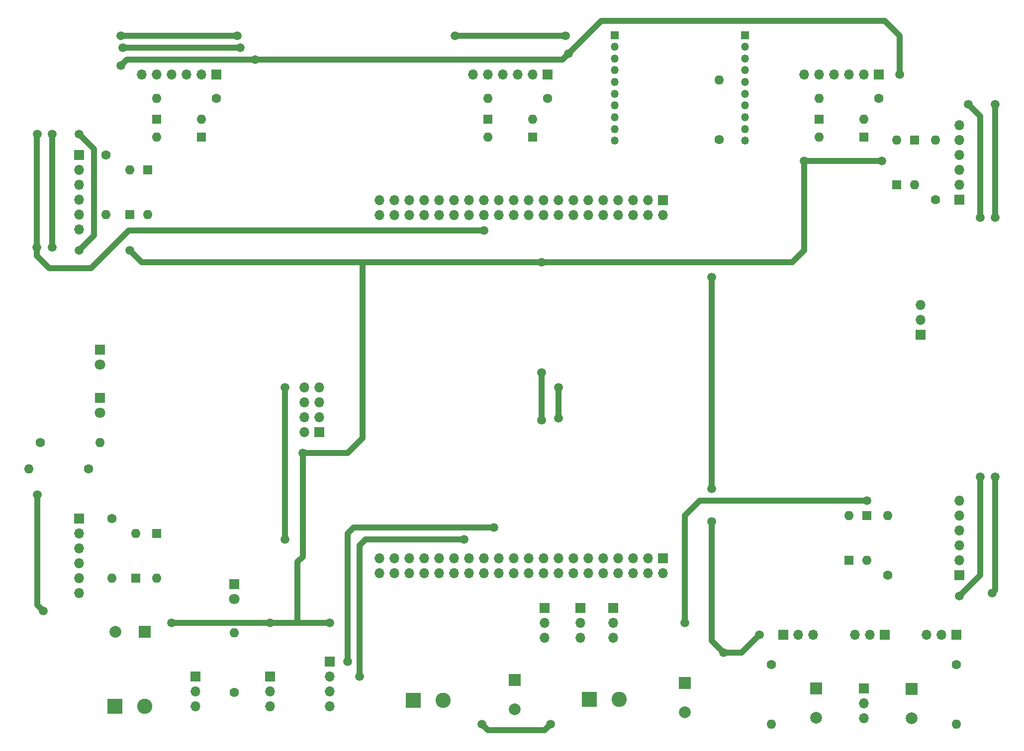
<source format=gbr>
%TF.GenerationSoftware,KiCad,Pcbnew,(5.0.1)-4*%
%TF.CreationDate,2024-02-15T09:49:57+01:00*%
%TF.ProjectId,AS_Spectrum_main,41535F537065637472756D5F6D61696E,rev?*%
%TF.SameCoordinates,Original*%
%TF.FileFunction,Copper,L1,Top,Signal*%
%TF.FilePolarity,Positive*%
%FSLAX46Y46*%
G04 Gerber Fmt 4.6, Leading zero omitted, Abs format (unit mm)*
G04 Created by KiCad (PCBNEW (5.0.1)-4) date 15/02/2024 09:49:57*
%MOMM*%
%LPD*%
G01*
G04 APERTURE LIST*
%TA.AperFunction,ComponentPad*%
%ADD10O,1.600000X1.600000*%
%TD*%
%TA.AperFunction,ComponentPad*%
%ADD11C,1.600000*%
%TD*%
%TA.AperFunction,ComponentPad*%
%ADD12O,1.700000X1.700000*%
%TD*%
%TA.AperFunction,ComponentPad*%
%ADD13R,1.700000X1.700000*%
%TD*%
%TA.AperFunction,ComponentPad*%
%ADD14R,2.600000X2.600000*%
%TD*%
%TA.AperFunction,ComponentPad*%
%ADD15C,2.600000*%
%TD*%
%TA.AperFunction,ComponentPad*%
%ADD16R,1.350000X1.350000*%
%TD*%
%TA.AperFunction,ComponentPad*%
%ADD17O,1.350000X1.350000*%
%TD*%
%TA.AperFunction,ComponentPad*%
%ADD18C,2.000000*%
%TD*%
%TA.AperFunction,ComponentPad*%
%ADD19R,2.000000X2.000000*%
%TD*%
%TA.AperFunction,ComponentPad*%
%ADD20R,1.600000X1.600000*%
%TD*%
%TA.AperFunction,ComponentPad*%
%ADD21C,1.800000*%
%TD*%
%TA.AperFunction,ComponentPad*%
%ADD22R,1.800000X1.800000*%
%TD*%
%TA.AperFunction,ViaPad*%
%ADD23C,1.500000*%
%TD*%
%TA.AperFunction,Conductor*%
%ADD24C,1.000000*%
%TD*%
G04 APERTURE END LIST*
D10*
%TO.P,R5,2*%
%TO.N,OUT_B3*%
X85852000Y-67056000D03*
D11*
%TO.P,R5,1*%
%TO.N,NUC_B3*%
X96012000Y-67056000D03*
%TD*%
D12*
%TO.P,J10,40*%
%TO.N,NUC_B2*%
X123777999Y-86915001D03*
%TO.P,J10,39*%
%TO.N,NUC_B3*%
X123777999Y-84375001D03*
%TO.P,J10,38*%
%TO.N,NUC_B1*%
X126317999Y-86915001D03*
%TO.P,J10,37*%
%TO.N,NUC_B4*%
X126317999Y-84375001D03*
%TO.P,J10,36*%
%TO.N,Net-(J10-Pad36)*%
X128857999Y-86915001D03*
%TO.P,J10,35*%
%TO.N,Net-(J10-Pad35)*%
X128857999Y-84375001D03*
%TO.P,J10,34*%
%TO.N,Net-(J10-Pad34)*%
X131397999Y-86915001D03*
%TO.P,J10,33*%
%TO.N,Net-(J10-Pad33)*%
X131397999Y-84375001D03*
%TO.P,J10,32*%
%TO.N,NUC_B5*%
X133937999Y-86915001D03*
%TO.P,J10,31*%
%TO.N,Net-(J10-Pad31)*%
X133937999Y-84375001D03*
%TO.P,J10,30*%
%TO.N,NUC_B4.5*%
X136477999Y-86915001D03*
%TO.P,J10,29*%
%TO.N,Net-(J10-Pad29)*%
X136477999Y-84375001D03*
%TO.P,J10,28*%
%TO.N,Net-(J10-Pad28)*%
X139017999Y-86915001D03*
%TO.P,J10,27*%
%TO.N,Net-(J10-Pad27)*%
X139017999Y-84375001D03*
%TO.P,J10,26*%
%TO.N,+12V*%
X141557999Y-86915001D03*
%TO.P,J10,25*%
%TO.N,USER_BUTTON*%
X141557999Y-84375001D03*
%TO.P,J10,24*%
%TO.N,GND*%
X144097999Y-86915001D03*
%TO.P,J10,23*%
%TO.N,Net-(J10-Pad23)*%
X144097999Y-84375001D03*
%TO.P,J10,22*%
%TO.N,GND*%
X146637999Y-86915001D03*
%TO.P,J10,21*%
X146637999Y-84375001D03*
%TO.P,J10,20*%
%TO.N,5V_NUC*%
X149177999Y-86915001D03*
%TO.P,J10,19*%
%TO.N,Net-(J10-Pad19)*%
X149177999Y-84375001D03*
%TO.P,J10,18*%
%TO.N,3.3V_NUC*%
X151717999Y-86915001D03*
%TO.P,J10,17*%
%TO.N,Net-(J10-Pad17)*%
X151717999Y-84375001D03*
%TO.P,J10,16*%
%TO.N,Net-(J10-Pad16)*%
X154257999Y-86915001D03*
%TO.P,J10,15*%
%TO.N,Net-(J10-Pad15)*%
X154257999Y-84375001D03*
%TO.P,J10,14*%
%TO.N,Net-(J10-Pad14)*%
X156797999Y-86915001D03*
%TO.P,J10,13*%
%TO.N,Net-(J10-Pad13)*%
X156797999Y-84375001D03*
%TO.P,J10,12*%
%TO.N,Net-(J10-Pad12)*%
X159337999Y-86915001D03*
%TO.P,J10,11*%
%TO.N,Net-(J10-Pad11)*%
X159337999Y-84375001D03*
%TO.P,J10,10*%
%TO.N,Net-(J10-Pad10)*%
X161877999Y-86915001D03*
%TO.P,J10,9*%
%TO.N,Net-(J10-Pad9)*%
X161877999Y-84375001D03*
%TO.P,J10,8*%
%TO.N,Net-(J10-Pad8)*%
X164417999Y-86915001D03*
%TO.P,J10,7*%
%TO.N,Net-(J10-Pad7)*%
X164417999Y-84375001D03*
%TO.P,J10,6*%
%TO.N,GPIO2_STATUS*%
X166957999Y-86915001D03*
%TO.P,J10,5*%
%TO.N,RESET_N*%
X166957999Y-84375001D03*
%TO.P,J10,4*%
%TO.N,S3_RX*%
X169497999Y-86915001D03*
%TO.P,J10,3*%
%TO.N,S3_TX*%
X169497999Y-84375001D03*
%TO.P,J10,2*%
%TO.N,Net-(J10-Pad2)*%
X172037999Y-86915001D03*
D13*
%TO.P,J10,1*%
%TO.N,Net-(J10-Pad1)*%
X172037999Y-84375001D03*
%TD*%
D14*
%TO.P,J12,1*%
%TO.N,GND*%
X78740000Y-170688000D03*
D15*
%TO.P,J12,2*%
%TO.N,5V_POW*%
X83820000Y-170688000D03*
%TD*%
D13*
%TO.P,J14,1*%
%TO.N,Net-(J14-Pad1)*%
X172037999Y-145415000D03*
D12*
%TO.P,J14,2*%
%TO.N,Net-(J14-Pad2)*%
X172037999Y-147955000D03*
%TO.P,J14,3*%
%TO.N,Net-(J14-Pad3)*%
X169497999Y-145415000D03*
%TO.P,J14,4*%
%TO.N,Net-(J14-Pad4)*%
X169497999Y-147955000D03*
%TO.P,J14,5*%
%TO.N,Net-(J14-Pad5)*%
X166957999Y-145415000D03*
%TO.P,J14,6*%
%TO.N,Net-(J14-Pad6)*%
X166957999Y-147955000D03*
%TO.P,J14,7*%
%TO.N,CSN_nRF*%
X164417999Y-145415000D03*
%TO.P,J14,8*%
%TO.N,NUC_B6*%
X164417999Y-147955000D03*
%TO.P,J14,9*%
%TO.N,Net-(J14-Pad9)*%
X161877999Y-145415000D03*
%TO.P,J14,10*%
%TO.N,Net-(J14-Pad10)*%
X161877999Y-147955000D03*
%TO.P,J14,11*%
%TO.N,Net-(J14-Pad11)*%
X159337999Y-145415000D03*
%TO.P,J14,12*%
%TO.N,Net-(J14-Pad12)*%
X159337999Y-147955000D03*
%TO.P,J14,13*%
%TO.N,SCK*%
X156797999Y-145415000D03*
%TO.P,J14,14*%
%TO.N,MISC*%
X156797999Y-147955000D03*
%TO.P,J14,15*%
%TO.N,MISO*%
X154257999Y-145415000D03*
%TO.P,J14,16*%
%TO.N,COLORS*%
X154257999Y-147955000D03*
%TO.P,J14,17*%
%TO.N,MOSI*%
X151717999Y-145415000D03*
%TO.P,J14,18*%
%TO.N,MODE*%
X151717999Y-147955000D03*
%TO.P,J14,19*%
%TO.N,CE_nRF*%
X149177999Y-145415000D03*
%TO.P,J14,20*%
%TO.N,Net-(J14-Pad20)*%
X149177999Y-147955000D03*
%TO.P,J14,21*%
%TO.N,Net-(J14-Pad21)*%
X146637999Y-145415000D03*
%TO.P,J14,22*%
%TO.N,GND*%
X146637999Y-147955000D03*
%TO.P,J14,23*%
%TO.N,S1_TX*%
X144097999Y-145415000D03*
%TO.P,J14,24*%
%TO.N,Net-(J14-Pad24)*%
X144097999Y-147955000D03*
%TO.P,J14,25*%
%TO.N,Net-(J14-Pad25)*%
X141557999Y-145415000D03*
%TO.P,J14,26*%
%TO.N,LUM*%
X141557999Y-147955000D03*
%TO.P,J14,27*%
%TO.N,S1_RX*%
X139017999Y-145415000D03*
%TO.P,J14,28*%
%TO.N,Net-(J14-Pad28)*%
X139017999Y-147955000D03*
%TO.P,J14,29*%
%TO.N,Net-(J14-Pad29)*%
X136477999Y-145415000D03*
%TO.P,J14,30*%
%TO.N,Net-(J14-Pad30)*%
X136477999Y-147955000D03*
%TO.P,J14,31*%
%TO.N,Net-(J14-Pad31)*%
X133937999Y-145415000D03*
%TO.P,J14,32*%
%TO.N,LED_1*%
X133937999Y-147955000D03*
%TO.P,J14,33*%
%TO.N,Net-(J14-Pad33)*%
X131397999Y-145415000D03*
%TO.P,J14,34*%
%TO.N,Net-(J14-Pad34)*%
X131397999Y-147955000D03*
%TO.P,J14,35*%
%TO.N,IRQ_nRF*%
X128857999Y-145415000D03*
%TO.P,J14,36*%
%TO.N,Net-(J14-Pad36)*%
X128857999Y-147955000D03*
%TO.P,J14,37*%
%TO.N,Net-(J14-Pad37)*%
X126317999Y-145415000D03*
%TO.P,J14,38*%
%TO.N,Net-(J14-Pad38)*%
X126317999Y-147955000D03*
%TO.P,J14,39*%
%TO.N,Net-(J14-Pad39)*%
X123777999Y-145415000D03*
%TO.P,J14,40*%
%TO.N,Net-(J14-Pad40)*%
X123777999Y-147955000D03*
%TD*%
D13*
%TO.P,J22,1*%
%TO.N,GND*%
X113538000Y-123952000D03*
D12*
%TO.P,J22,2*%
%TO.N,3.3V_NUC*%
X110998000Y-123952000D03*
%TO.P,J22,3*%
%TO.N,CE_nRF*%
X113538000Y-121412000D03*
%TO.P,J22,4*%
%TO.N,CSN_nRF*%
X110998000Y-121412000D03*
%TO.P,J22,5*%
%TO.N,SCK*%
X113538000Y-118872000D03*
%TO.P,J22,6*%
%TO.N,MOSI*%
X110998000Y-118872000D03*
%TO.P,J22,7*%
%TO.N,MISO*%
X113538000Y-116332000D03*
%TO.P,J22,8*%
%TO.N,IRQ_nRF*%
X110998000Y-116332000D03*
%TD*%
D16*
%TO.P,J9,1*%
%TO.N,3.3V_NUC*%
X163830000Y-56261000D03*
D17*
%TO.P,J9,2*%
%TO.N,S3_RX*%
X163830000Y-58261000D03*
%TO.P,J9,3*%
%TO.N,S3_TX*%
X163830000Y-60261000D03*
%TO.P,J9,4*%
%TO.N,Net-(J9-Pad4)*%
X163830000Y-62261000D03*
%TO.P,J9,5*%
%TO.N,RESET_N*%
X163830000Y-64261000D03*
%TO.P,J9,6*%
%TO.N,Net-(J9-Pad6)*%
X163830000Y-66261000D03*
%TO.P,J9,7*%
%TO.N,Net-(J9-Pad7)*%
X163830000Y-68261000D03*
%TO.P,J9,8*%
%TO.N,Net-(J9-Pad8)*%
X163830000Y-70261000D03*
%TO.P,J9,9*%
%TO.N,Net-(J9-Pad9)*%
X163830000Y-72261000D03*
%TO.P,J9,10*%
%TO.N,GND*%
X163830000Y-74261000D03*
%TD*%
%TO.P,J11,10*%
%TO.N,Net-(J11-Pad10)*%
X186055000Y-74261000D03*
%TO.P,J11,9*%
%TO.N,Net-(J11-Pad9)*%
X186055000Y-72261000D03*
%TO.P,J11,8*%
%TO.N,GPIO2_STATUS*%
X186055000Y-70261000D03*
%TO.P,J11,7*%
%TO.N,Net-(J11-Pad7)*%
X186055000Y-68261000D03*
%TO.P,J11,6*%
%TO.N,Net-(J11-Pad6)*%
X186055000Y-66261000D03*
%TO.P,J11,5*%
%TO.N,Net-(J11-Pad5)*%
X186055000Y-64261000D03*
%TO.P,J11,4*%
%TO.N,Net-(J11-Pad4)*%
X186055000Y-62261000D03*
%TO.P,J11,3*%
%TO.N,Net-(J11-Pad3)*%
X186055000Y-60261000D03*
%TO.P,J11,2*%
%TO.N,Net-(J11-Pad2)*%
X186055000Y-58261000D03*
D16*
%TO.P,J11,1*%
%TO.N,Net-(J11-Pad1)*%
X186055000Y-56261000D03*
%TD*%
D11*
%TO.P,R1,1*%
%TO.N,GND*%
X181610000Y-74041000D03*
D10*
%TO.P,R1,2*%
%TO.N,Net-(J11-Pad5)*%
X181610000Y-63881000D03*
%TD*%
D18*
%TO.P,C1,2*%
%TO.N,Net-(C1-Pad2)*%
X214376000Y-172720000D03*
D19*
%TO.P,C1,1*%
%TO.N,Net-(C1-Pad1)*%
X214376000Y-167720000D03*
%TD*%
%TO.P,C3,1*%
%TO.N,Net-(C3-Pad1)*%
X198120000Y-167640000D03*
D18*
%TO.P,C3,2*%
%TO.N,Net-(C3-Pad2)*%
X198120000Y-172640000D03*
%TD*%
D19*
%TO.P,C4,1*%
%TO.N,GND*%
X146812000Y-166196000D03*
D18*
%TO.P,C4,2*%
%TO.N,-12V*%
X146812000Y-171196000D03*
%TD*%
D10*
%TO.P,D1,2*%
%TO.N,NUC_B1*%
X82296000Y-141224000D03*
D20*
%TO.P,D1,1*%
%TO.N,3.3V_NUC*%
X82296000Y-148844000D03*
%TD*%
%TO.P,D2,1*%
%TO.N,NUC_B1*%
X85852000Y-141224000D03*
D10*
%TO.P,D2,2*%
%TO.N,GND*%
X85852000Y-148844000D03*
%TD*%
%TO.P,D3,2*%
%TO.N,NUC_B3*%
X93472000Y-70612000D03*
D20*
%TO.P,D3,1*%
%TO.N,3.3V_NUC*%
X85852000Y-70612000D03*
%TD*%
%TO.P,D4,1*%
%TO.N,NUC_B3*%
X93472000Y-73660000D03*
D10*
%TO.P,D4,2*%
%TO.N,GND*%
X85852000Y-73660000D03*
%TD*%
%TO.P,D5,2*%
%TO.N,NUC_B4.5*%
X206248000Y-70612000D03*
D20*
%TO.P,D5,1*%
%TO.N,3.3V_NUC*%
X198628000Y-70612000D03*
%TD*%
%TO.P,D6,1*%
%TO.N,NUC_B4.5*%
X206248000Y-73660000D03*
D10*
%TO.P,D6,2*%
%TO.N,GND*%
X198628000Y-73660000D03*
%TD*%
D20*
%TO.P,D7,1*%
%TO.N,3.3V_NUC*%
X81280000Y-86868000D03*
D10*
%TO.P,D7,2*%
%TO.N,NUC_B2*%
X81280000Y-79248000D03*
%TD*%
%TO.P,D8,2*%
%TO.N,GND*%
X84328000Y-86868000D03*
D20*
%TO.P,D8,1*%
%TO.N,NUC_B2*%
X84328000Y-79248000D03*
%TD*%
%TO.P,D9,1*%
%TO.N,3.3V_NUC*%
X142240000Y-70612000D03*
D10*
%TO.P,D9,2*%
%TO.N,NUC_B4*%
X149860000Y-70612000D03*
%TD*%
%TO.P,D10,2*%
%TO.N,GND*%
X142240000Y-73660000D03*
D20*
%TO.P,D10,1*%
%TO.N,NUC_B4*%
X149860000Y-73660000D03*
%TD*%
D10*
%TO.P,D11,2*%
%TO.N,NUC_B5*%
X214884000Y-81788000D03*
D20*
%TO.P,D11,1*%
%TO.N,3.3V_NUC*%
X214884000Y-74168000D03*
%TD*%
D10*
%TO.P,D12,2*%
%TO.N,GND*%
X211836000Y-74168000D03*
D20*
%TO.P,D12,1*%
%TO.N,NUC_B5*%
X211836000Y-81788000D03*
%TD*%
%TO.P,D13,1*%
%TO.N,3.3V_NUC*%
X206756000Y-138176000D03*
D10*
%TO.P,D13,2*%
%TO.N,NUC_B6*%
X206756000Y-145796000D03*
%TD*%
D20*
%TO.P,D14,1*%
%TO.N,NUC_B6*%
X203708000Y-145796000D03*
D10*
%TO.P,D14,2*%
%TO.N,GND*%
X203708000Y-138176000D03*
%TD*%
D13*
%TO.P,J2,1*%
%TO.N,3.3V_NUC*%
X105156000Y-165608000D03*
D12*
%TO.P,J2,2*%
%TO.N,LUM*%
X105156000Y-168148000D03*
%TO.P,J2,3*%
%TO.N,GND*%
X105156000Y-170688000D03*
%TD*%
D13*
%TO.P,J6,1*%
%TO.N,5V_NUC*%
X192532000Y-158496000D03*
D12*
%TO.P,J6,2*%
%TO.N,GND*%
X195072000Y-158496000D03*
%TO.P,J6,3*%
%TO.N,Micro_In*%
X197612000Y-158496000D03*
%TD*%
%TO.P,J7,3*%
%TO.N,Net-(C1-Pad1)*%
X206248000Y-172720000D03*
%TO.P,J7,2*%
%TO.N,GND*%
X206248000Y-170180000D03*
D13*
%TO.P,J7,1*%
%TO.N,Net-(C3-Pad1)*%
X206248000Y-167640000D03*
%TD*%
D15*
%TO.P,J8,2*%
%TO.N,-12V*%
X134620000Y-169672000D03*
D14*
%TO.P,J8,1*%
%TO.N,GND*%
X129540000Y-169672000D03*
%TD*%
D13*
%TO.P,J13,1*%
%TO.N,Micro*%
X72644000Y-138684000D03*
D12*
%TO.P,J13,2*%
%TO.N,+12V*%
X72644000Y-141224000D03*
%TO.P,J13,3*%
%TO.N,GND*%
X72644000Y-143764000D03*
%TO.P,J13,4*%
%TO.N,-12V*%
X72644000Y-146304000D03*
%TO.P,J13,5*%
%TO.N,OUT_B1*%
X72644000Y-148844000D03*
%TO.P,J13,6*%
%TO.N,3.3V_NUC*%
X72644000Y-151384000D03*
%TD*%
D13*
%TO.P,J15,1*%
%TO.N,S1_TX*%
X115316000Y-163068000D03*
D12*
%TO.P,J15,2*%
%TO.N,S1_RX*%
X115316000Y-165608000D03*
%TO.P,J15,3*%
%TO.N,5V_NUC*%
X115316000Y-168148000D03*
%TO.P,J15,4*%
%TO.N,GND*%
X115316000Y-170688000D03*
%TD*%
%TO.P,J16,6*%
%TO.N,3.3V_NUC*%
X72644000Y-89408000D03*
%TO.P,J16,5*%
%TO.N,OUT_B2*%
X72644000Y-86868000D03*
%TO.P,J16,4*%
%TO.N,-12V*%
X72644000Y-84328000D03*
%TO.P,J16,3*%
%TO.N,GND*%
X72644000Y-81788000D03*
%TO.P,J16,2*%
%TO.N,+12V*%
X72644000Y-79248000D03*
D13*
%TO.P,J16,1*%
%TO.N,Micro*%
X72644000Y-76708000D03*
%TD*%
%TO.P,J17,1*%
%TO.N,Micro*%
X96012000Y-62992000D03*
D12*
%TO.P,J17,2*%
%TO.N,+12V*%
X93472000Y-62992000D03*
%TO.P,J17,3*%
%TO.N,GND*%
X90932000Y-62992000D03*
%TO.P,J17,4*%
%TO.N,-12V*%
X88392000Y-62992000D03*
%TO.P,J17,5*%
%TO.N,OUT_B3*%
X85852000Y-62992000D03*
%TO.P,J17,6*%
%TO.N,3.3V_NUC*%
X83312000Y-62992000D03*
%TD*%
%TO.P,J19,6*%
%TO.N,3.3V_NUC*%
X139700000Y-62992000D03*
%TO.P,J19,5*%
%TO.N,OUT_B4*%
X142240000Y-62992000D03*
%TO.P,J19,4*%
%TO.N,-12V*%
X144780000Y-62992000D03*
%TO.P,J19,3*%
%TO.N,GND*%
X147320000Y-62992000D03*
%TO.P,J19,2*%
%TO.N,+12V*%
X149860000Y-62992000D03*
D13*
%TO.P,J19,1*%
%TO.N,Micro*%
X152400000Y-62992000D03*
%TD*%
%TO.P,J20,1*%
%TO.N,Micro*%
X208788000Y-62992000D03*
D12*
%TO.P,J20,2*%
%TO.N,+12V*%
X206248000Y-62992000D03*
%TO.P,J20,3*%
%TO.N,GND*%
X203708000Y-62992000D03*
%TO.P,J20,4*%
%TO.N,-12V*%
X201168000Y-62992000D03*
%TO.P,J20,5*%
%TO.N,OUT_B4.5*%
X198628000Y-62992000D03*
%TO.P,J20,6*%
%TO.N,3.3V_NUC*%
X196088000Y-62992000D03*
%TD*%
D13*
%TO.P,J21,1*%
%TO.N,Micro*%
X222504000Y-84328000D03*
D12*
%TO.P,J21,2*%
%TO.N,+12V*%
X222504000Y-81788000D03*
%TO.P,J21,3*%
%TO.N,GND*%
X222504000Y-79248000D03*
%TO.P,J21,4*%
%TO.N,-12V*%
X222504000Y-76708000D03*
%TO.P,J21,5*%
%TO.N,OUT_B5*%
X222504000Y-74168000D03*
%TO.P,J21,6*%
%TO.N,3.3V_NUC*%
X222504000Y-71628000D03*
%TD*%
%TO.P,J23,6*%
%TO.N,3.3V_NUC*%
X222504000Y-135636000D03*
%TO.P,J23,5*%
%TO.N,OUT_B6*%
X222504000Y-138176000D03*
%TO.P,J23,4*%
%TO.N,-12V*%
X222504000Y-140716000D03*
%TO.P,J23,3*%
%TO.N,GND*%
X222504000Y-143256000D03*
%TO.P,J23,2*%
%TO.N,+12V*%
X222504000Y-145796000D03*
D13*
%TO.P,J23,1*%
%TO.N,Micro*%
X222504000Y-148336000D03*
%TD*%
%TO.P,J24,1*%
%TO.N,Jack*%
X209804000Y-158496000D03*
D12*
%TO.P,J24,2*%
%TO.N,Micro*%
X207264000Y-158496000D03*
%TO.P,J24,3*%
%TO.N,Micro_In*%
X204724000Y-158496000D03*
%TD*%
%TO.P,J25,3*%
%TO.N,GND*%
X216916000Y-158496000D03*
%TO.P,J25,2*%
%TO.N,Jack*%
X219456000Y-158496000D03*
D13*
%TO.P,J25,1*%
%TO.N,Net-(J25-Pad1)*%
X221996000Y-158496000D03*
%TD*%
D11*
%TO.P,R2,1*%
%TO.N,Net-(J25-Pad1)*%
X221996000Y-163576000D03*
D10*
%TO.P,R2,2*%
%TO.N,Net-(C1-Pad2)*%
X221996000Y-173736000D03*
%TD*%
%TO.P,R3,2*%
%TO.N,Net-(C3-Pad2)*%
X190500000Y-173736000D03*
D11*
%TO.P,R3,1*%
%TO.N,Net-(J25-Pad1)*%
X190500000Y-163576000D03*
%TD*%
D10*
%TO.P,R4,2*%
%TO.N,OUT_B1*%
X78232000Y-148844000D03*
D11*
%TO.P,R4,1*%
%TO.N,NUC_B1*%
X78232000Y-138684000D03*
%TD*%
%TO.P,R6,1*%
%TO.N,NUC_B4.5*%
X208788000Y-67056000D03*
D10*
%TO.P,R6,2*%
%TO.N,OUT_B4.5*%
X198628000Y-67056000D03*
%TD*%
D11*
%TO.P,R7,1*%
%TO.N,NUC_B2*%
X77216000Y-76708000D03*
D10*
%TO.P,R7,2*%
%TO.N,OUT_B2*%
X77216000Y-86868000D03*
%TD*%
D11*
%TO.P,R8,1*%
%TO.N,NUC_B4*%
X152400000Y-67056000D03*
D10*
%TO.P,R8,2*%
%TO.N,OUT_B4*%
X142240000Y-67056000D03*
%TD*%
D11*
%TO.P,R9,1*%
%TO.N,NUC_B5*%
X218440000Y-84328000D03*
D10*
%TO.P,R9,2*%
%TO.N,OUT_B5*%
X218440000Y-74168000D03*
%TD*%
%TO.P,R10,2*%
%TO.N,OUT_B6*%
X210312000Y-138176000D03*
D11*
%TO.P,R10,1*%
%TO.N,NUC_B6*%
X210312000Y-148336000D03*
%TD*%
D19*
%TO.P,C2,1*%
%TO.N,+12V*%
X175768000Y-166704000D03*
D18*
%TO.P,C2,2*%
%TO.N,GND*%
X175768000Y-171704000D03*
%TD*%
D13*
%TO.P,J1,1*%
%TO.N,MODE*%
X151892000Y-153924000D03*
D12*
%TO.P,J1,2*%
%TO.N,3.3V_NUC*%
X151892000Y-156464000D03*
%TO.P,J1,3*%
%TO.N,GND*%
X151892000Y-159004000D03*
%TD*%
%TO.P,J3,3*%
%TO.N,GND*%
X157988000Y-159004000D03*
%TO.P,J3,2*%
%TO.N,3.3V_NUC*%
X157988000Y-156464000D03*
D13*
%TO.P,J3,1*%
%TO.N,COLORS*%
X157988000Y-153924000D03*
%TD*%
%TO.P,J4,1*%
%TO.N,MISC*%
X163576000Y-153924000D03*
D12*
%TO.P,J4,2*%
%TO.N,3.3V_NUC*%
X163576000Y-156464000D03*
%TO.P,J4,3*%
%TO.N,GND*%
X163576000Y-159004000D03*
%TD*%
D14*
%TO.P,J5,1*%
%TO.N,GND*%
X159529001Y-169493001D03*
D15*
%TO.P,J5,2*%
%TO.N,+12V*%
X164609001Y-169493001D03*
%TD*%
D13*
%TO.P,J18,1*%
%TO.N,GND*%
X215900000Y-107315000D03*
D12*
%TO.P,J18,2*%
X215900000Y-104775000D03*
%TO.P,J18,3*%
X215900000Y-102235000D03*
%TD*%
%TO.P,J32,3*%
%TO.N,GND*%
X92456000Y-170688000D03*
%TO.P,J32,2*%
%TO.N,5V_POW*%
X92456000Y-168148000D03*
D13*
%TO.P,J32,1*%
%TO.N,LED_1*%
X92456000Y-165608000D03*
%TD*%
D19*
%TO.P,C5,1*%
%TO.N,5V_POW*%
X83820000Y-157988000D03*
D18*
%TO.P,C5,2*%
%TO.N,GND*%
X78820000Y-157988000D03*
%TD*%
D21*
%TO.P,D15,2*%
%TO.N,Net-(D15-Pad2)*%
X76200000Y-120650000D03*
D22*
%TO.P,D15,1*%
%TO.N,GND*%
X76200000Y-118110000D03*
%TD*%
%TO.P,D16,1*%
%TO.N,Net-(D16-Pad1)*%
X76200000Y-109855000D03*
D21*
%TO.P,D16,2*%
%TO.N,GND*%
X76200000Y-112395000D03*
%TD*%
D22*
%TO.P,D17,1*%
%TO.N,GND*%
X99060000Y-149860000D03*
D21*
%TO.P,D17,2*%
%TO.N,Net-(D17-Pad2)*%
X99060000Y-152400000D03*
%TD*%
D11*
%TO.P,R11,1*%
%TO.N,+12V*%
X66040000Y-125730000D03*
D10*
%TO.P,R11,2*%
%TO.N,Net-(D15-Pad2)*%
X76200000Y-125730000D03*
%TD*%
%TO.P,R12,2*%
%TO.N,-12V*%
X64135000Y-130175000D03*
D11*
%TO.P,R12,1*%
%TO.N,Net-(D16-Pad1)*%
X74295000Y-130175000D03*
%TD*%
%TO.P,R13,1*%
%TO.N,5V_POW*%
X99060000Y-168275000D03*
D10*
%TO.P,R13,2*%
%TO.N,Net-(D17-Pad2)*%
X99060000Y-158115000D03*
%TD*%
D23*
%TO.N,5V_NUC*%
X182372000Y-161544000D03*
X188468000Y-158496000D03*
X192532000Y-158496000D03*
X180340000Y-97536000D03*
X180340000Y-97536000D03*
X180340000Y-133604000D03*
X180340000Y-139192000D03*
%TO.N,3.3V_NUC*%
X115316000Y-156464000D03*
X88392000Y-156464000D03*
X105156000Y-156464000D03*
X175768000Y-156464000D03*
X206755996Y-135636000D03*
X151384000Y-94996000D03*
X81280000Y-92963998D03*
X209296000Y-77724000D03*
X209296000Y-77724000D03*
X196088000Y-77724000D03*
X110744000Y-127508000D03*
X100076000Y-58420000D03*
X68072000Y-92456000D03*
X68072004Y-73152000D03*
X80087989Y-58420002D03*
%TO.N,MISO*%
X154257999Y-121586001D03*
X154257999Y-116332000D03*
%TO.N,MOSI*%
X151384000Y-121920000D03*
X151384000Y-113792000D03*
%TO.N,IRQ_nRF*%
X107696000Y-116332000D03*
X107696000Y-142240000D03*
%TO.N,+12V*%
X141557999Y-89582001D03*
X65531996Y-134620000D03*
X152908000Y-173736000D03*
X141223994Y-173736004D03*
X228600000Y-68072000D03*
X228599998Y-87376002D03*
X228600000Y-131572000D03*
X228092004Y-151384000D03*
X155448000Y-56388000D03*
X136652000Y-56388000D03*
X99568000Y-56388000D03*
X66548000Y-154432000D03*
X65458010Y-92456004D03*
X65532000Y-73151998D03*
X79746688Y-56388000D03*
%TO.N,Micro*%
X155956000Y-59435998D03*
X222504000Y-151892006D03*
X224028001Y-68071999D03*
X212344000Y-62992000D03*
X226060000Y-87376000D03*
X226060000Y-131572000D03*
X102616000Y-60452000D03*
X72644000Y-73152000D03*
X72644000Y-92964000D03*
X79756000Y-61468000D03*
%TO.N,S1_TX*%
X118364000Y-163068000D03*
X143256000Y-140208004D03*
%TO.N,S1_RX*%
X120396000Y-165608000D03*
X138176000Y-142240000D03*
%TD*%
D24*
%TO.N,5V_NUC*%
X182372000Y-161544000D02*
X185420000Y-161544000D01*
X185420000Y-161544000D02*
X188468000Y-158496000D01*
X180340000Y-97536000D02*
X180340000Y-133604000D01*
X180340000Y-159512000D02*
X182372000Y-161544000D01*
X180340000Y-139192000D02*
X180340000Y-159512000D01*
%TO.N,3.3V_NUC*%
X109728000Y-156464000D02*
X88392000Y-156464000D01*
X115316000Y-156464000D02*
X109728000Y-156464000D01*
X175768000Y-156464000D02*
X175768000Y-138176000D01*
X175768000Y-138176000D02*
X178308000Y-135636000D01*
X83312002Y-94996000D02*
X81280000Y-92963998D01*
X206755996Y-135636000D02*
X178308000Y-135636000D01*
X209296000Y-77724000D02*
X196088000Y-77724000D01*
X151384000Y-94996000D02*
X120904000Y-94996000D01*
X120904000Y-94996000D02*
X83312002Y-94996000D01*
X118364000Y-127508000D02*
X110744000Y-127508000D01*
X120904000Y-94996000D02*
X120904000Y-124968000D01*
X120904000Y-124968000D02*
X118364000Y-127508000D01*
X151384000Y-94996000D02*
X194056000Y-94996000D01*
X196088000Y-92964000D02*
X196088000Y-77724000D01*
X194056000Y-94996000D02*
X196088000Y-92964000D01*
X68072000Y-73152004D02*
X68072004Y-73152000D01*
X68072000Y-92456000D02*
X68072000Y-73152004D01*
X100076000Y-58420000D02*
X80087992Y-58419999D01*
X80087992Y-58419999D02*
X80087989Y-58420002D01*
X110744000Y-145161000D02*
X110744000Y-127508000D01*
X109855000Y-146050000D02*
X110744000Y-145161000D01*
X109728000Y-156464000D02*
X109855000Y-156337000D01*
X109855000Y-156337000D02*
X109855000Y-146050000D01*
%TO.N,MISO*%
X154257999Y-121586001D02*
X154257999Y-116332000D01*
%TO.N,MOSI*%
X151384000Y-121920000D02*
X151384000Y-113792000D01*
%TO.N,IRQ_nRF*%
X107696000Y-116332000D02*
X107696000Y-142240000D01*
%TO.N,+12V*%
X142239990Y-174752000D02*
X141223994Y-173736004D01*
X152908000Y-173736000D02*
X151892000Y-174752000D01*
X151892000Y-174752000D02*
X142239990Y-174752000D01*
X228600001Y-87375999D02*
X228599998Y-87376002D01*
X228600000Y-68072000D02*
X228600001Y-87375999D01*
X228600000Y-150876004D02*
X228092004Y-151384000D01*
X228600000Y-131572000D02*
X228600000Y-150876004D01*
X155448000Y-56388000D02*
X136652000Y-56388000D01*
X65531996Y-153415996D02*
X66548000Y-154432000D01*
X65531996Y-134620000D02*
X65531996Y-153415996D01*
X65458010Y-92456004D02*
X65458010Y-73225988D01*
X65458010Y-73225988D02*
X65532000Y-73151998D01*
X65458010Y-93906010D02*
X65458010Y-92456004D01*
X74676000Y-96012000D02*
X67564000Y-96012000D01*
X141557999Y-89582001D02*
X81105999Y-89582001D01*
X67564000Y-96012000D02*
X65458010Y-93906010D01*
X81105999Y-89582001D02*
X74676000Y-96012000D01*
X99568000Y-56388000D02*
X79746688Y-56388000D01*
%TO.N,Micro*%
X212344000Y-56388000D02*
X212344000Y-62992000D01*
X209804000Y-53848000D02*
X212344000Y-56388000D01*
X155956000Y-59435998D02*
X161543998Y-53848000D01*
X161543998Y-53848000D02*
X209804000Y-53848000D01*
X226060000Y-70103998D02*
X226060000Y-87376000D01*
X224028001Y-68071999D02*
X226060000Y-70103998D01*
X222504000Y-151892006D02*
X226060000Y-148336006D01*
X226060000Y-148336006D02*
X226060000Y-131572000D01*
X154939998Y-60452000D02*
X102616000Y-60452000D01*
X155956000Y-59435998D02*
X154939998Y-60452000D01*
X72644000Y-73152000D02*
X75184000Y-75692000D01*
X75184000Y-75692000D02*
X75184000Y-90424000D01*
X75184000Y-90424000D02*
X72644000Y-92964000D01*
X80772000Y-60452000D02*
X79756000Y-61468000D01*
X102616000Y-60452000D02*
X80772000Y-60452000D01*
%TO.N,S1_TX*%
X118364000Y-141224000D02*
X119379996Y-140208004D01*
X118364000Y-163068000D02*
X118364000Y-141224000D01*
X119379996Y-140208004D02*
X143256000Y-140208004D01*
%TO.N,S1_RX*%
X120396000Y-143256000D02*
X121412000Y-142240000D01*
X120396000Y-165608000D02*
X120396000Y-143256000D01*
X121412000Y-142240000D02*
X138176000Y-142240000D01*
%TD*%
M02*

</source>
